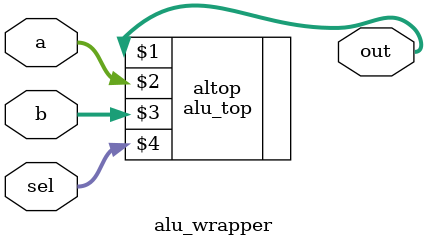
<source format=v>
`timescale 1ns / 1ps


module alu_wrapper(out, a, b, sel);
  input [5:0] a, b;
  input [3:0] sel;
  output [5:0] out;
  
  alu_top #(6) altop (out, a, b, sel);
endmodule

</source>
